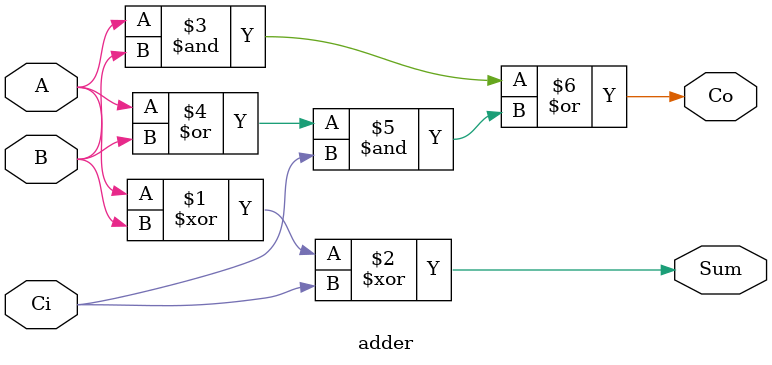
<source format=v>
module adder(	// file.cleaned.mlir:2:3
  input  A,	// file.cleaned.mlir:2:23
         B,	// file.cleaned.mlir:2:35
         Ci,	// file.cleaned.mlir:2:47
  output Sum,	// file.cleaned.mlir:2:61
         Co	// file.cleaned.mlir:2:75
);

  assign Sum = A ^ B ^ Ci;	// file.cleaned.mlir:3:10, :8:5
  assign Co = A & B | (A | B) & Ci;	// file.cleaned.mlir:4:10, :5:10, :6:10, :7:10, :8:5
endmodule


</source>
